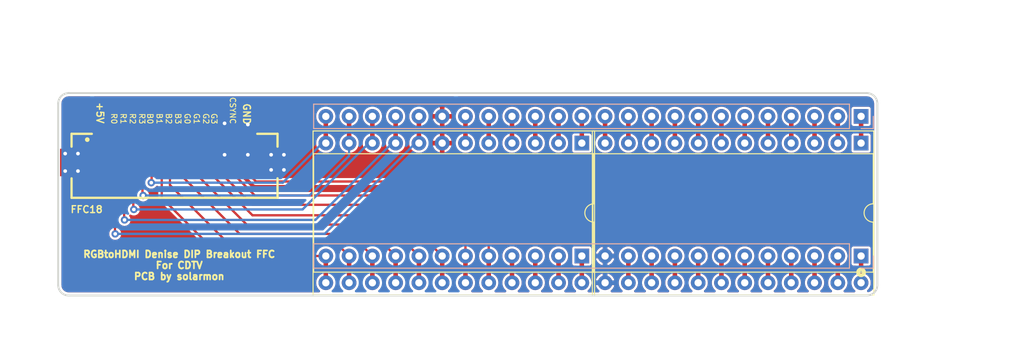
<source format=kicad_pcb>
(kicad_pcb (version 20171130) (host pcbnew "(5.1.9)-1")
  (title_block (title "RGBtoHDMI Denise Adapter - CDTV") (date 2021-10-22) (rev CDTV))
  (layers (0 F.Cu signal) (31 B.Cu signal) (34 B.Paste user) (35 F.Paste user) (36 B.SilkS user) (37 F.SilkS user) (38 B.Mask user) (39 F.Mask user) (44 Edge.Cuts user))
  (net 0 "")
  (net 1 GND)
  (net 2 /B0)
  (net 3 /R3)
  (net 4 /R2)
  (net 5 /R1)
  (net 6 /R0)
  (net 7 +5V)
  (net 8 "Net-(JDenise1-Pad18)")
  (net 9 "Net-(JDenise1-Pad17)")
  (net 10 "Net-(JDenise1-Pad16)")
  (net 11 "Net-(JDenise1-Pad15)")
  (net 12 "Net-(JDenise1-Pad14)")
  (net 13 "Net-(JDenise1-Pad12)")
  (net 14 "Net-(JDenise1-Pad11)")
  (net 15 /CDAC)
  (net 16 "Net-(JDenise1-Pad10)")
  (net 17 "Net-(JDenise1-Pad9)")
  (net 18 /CSYNC)
  (net 19 "Net-(JDenise1-Pad8)")
  (net 20 /G3)
  (net 21 "Net-(JDenise1-Pad7)")
  (net 22 /G2)
  (net 23 "Net-(JDenise1-Pad6)")
  (net 24 /G1)
  (net 25 "Net-(JDenise1-Pad5)")
  (net 26 /G0)
  (net 27 "Net-(JDenise1-Pad4)")
  (net 28 /B3)
  (net 29 "Net-(JDenise1-Pad3)")
  (net 30 /B2)
  (net 31 "Net-(JDenise1-Pad2)")
  (net 32 /B1)
  (net 33 "Net-(JDenise1-Pad1)")
  (net 34 "Net-(JDenise1-Pad19)")
  (net 35 "Net-(JDenise1-Pad20)")
  (net 36 "Net-(JDenise1-Pad21)")
  (net 37 "Net-(JDenise1-Pad22)")
  (net 38 "Net-(JDenise1-Pad23)")
  (net 39 "Net-(JDenise1-Pad24)")
  (net 40 "Net-(JDenise2-Pad24)")
  (net 41 "Net-(JDenise2-Pad21)")
  (net 42 "Net-(JDenise2-Pad6)")
  (net 43 "Net-(JDenise2-Pad5)")
  (net 44 "Net-(JDenise2-Pad4)")
  (net 45 "Net-(JDenise2-Pad3)")
  (net 46 "Net-(JDenise2-Pad2)")
  (net 47 "Net-(JDenise2-Pad1)")
  (net 48 /7M)
  (module solarmon_library:FPC-SMD_X10B25U18T (layer F.Cu) (at 86.995 73.025 180)
    (fp_text reference FFC18 (at 11.43 -7.62 180) (layer F.SilkS) (effects (font (size 0.75 0.75)) (justify left)))
    (fp_text value Conn_01x18 hide)
    (fp_circle (center 9.525 0) (end 9.398 0) (layer F.SilkS) (width 0.254))
    (fp_line (start 11.24 0.635) (end 11.24 -0.764) (layer F.SilkS) (width 0.254))
    (fp_line (start 11.24 -4.226) (end 11.24 -6.35) (layer F.SilkS) (width 0.254))
    (fp_line (start 11.24 0.635) (end 9.031 0.635) (layer F.SilkS) (width 0.254))
    (fp_line (start 11.24 -6.35) (end -11.24 -6.35) (layer F.SilkS) (width 0.254))
    (fp_line (start -11.24 -6.35) (end -11.24 -4.226) (layer F.SilkS) (width 0.254))
    (fp_line (start -11.24 0.635) (end -9.031 0.635) (layer F.SilkS) (width 0.254))
    (fp_line (start -11.24 -0.764) (end -11.24 0.635) (layer F.SilkS) (width 0.254))
    (pad MP smd rect (at 11.25 -2.495) (size 2.5 3) (layers F.Cu F.Paste F.Mask) (net 1 GND))
    (pad MP smd rect (at -11.25 -2.495) (size 2.5 3) (layers F.Cu F.Paste F.Mask) (net 1 GND))
    (pad 18 smd rect (at -8.5 -0.045) (size 0.6 2) (layers F.Cu F.Paste F.Mask) (net 1 GND))
    (pad 17 smd rect (at -7.5 -0.045) (size 0.6 2) (layers F.Cu F.Paste F.Mask) (net 1 GND))
    (pad 16 smd rect (at -6.5 -0.045) (size 0.6 2) (layers F.Cu F.Paste F.Mask) (net 18 /CSYNC))
    (pad 15 smd rect (at -5.5 -0.045) (size 0.6 2) (layers F.Cu F.Paste F.Mask) (net 1 GND))
    (pad 14 smd rect (at -4.5 -0.045) (size 0.6 2) (layers F.Cu F.Paste F.Mask) (net 20 /G3))
    (pad 13 smd rect (at -3.5 -0.045) (size 0.6 2) (layers F.Cu F.Paste F.Mask) (net 22 /G2))
    (pad 12 smd rect (at -2.5 -0.045) (size 0.6 2) (layers F.Cu F.Paste F.Mask) (net 24 /G1))
    (pad 11 smd rect (at -1.5 -0.045) (size 0.6 2) (layers F.Cu F.Paste F.Mask) (net 26 /G0))
    (pad 10 smd rect (at -0.5 -0.045) (size 0.6 2) (layers F.Cu F.Paste F.Mask) (net 28 /B3))
    (pad 9 smd rect (at 0.5 -0.045) (size 0.6 2) (layers F.Cu F.Paste F.Mask) (net 30 /B2))
    (pad 8 smd rect (at 1.5 -0.045) (size 0.6 2) (layers F.Cu F.Paste F.Mask) (net 32 /B1))
    (pad 7 smd rect (at 2.5 -0.045) (size 0.6 2) (layers F.Cu F.Paste F.Mask) (net 2 /B0))
    (pad 6 smd rect (at 3.5 -0.045) (size 0.6 2) (layers F.Cu F.Paste F.Mask) (net 3 /R3))
    (pad 5 smd rect (at 4.5 -0.045) (size 0.6 2) (layers F.Cu F.Paste F.Mask) (net 4 /R2))
    (pad 4 smd rect (at 5.5 -0.045) (size 0.6 2) (layers F.Cu F.Paste F.Mask) (net 5 /R1))
    (pad 3 smd rect (at 6.5 -0.045) (size 0.6 2) (layers F.Cu F.Paste F.Mask) (net 6 /R0))
    (pad 2 smd rect (at 7.5 -0.045) (size 0.6 2) (layers F.Cu F.Paste F.Mask) (net 7 +5V))
    (pad 1 smd rect (at 8.5 -0.045) (size 0.6 2) (layers F.Cu F.Paste F.Mask) (net 7 +5V))
  )
  (module solarmon_library:PinHeader_1x24_P2.54mm_Vertical_smaller (layer B.Cu) (at 161.925 85.725 90)
    (fp_text reference JMainBoard2 hide)
    (fp_text value Conn_01x24)
    (fp_line (start -1.33 -59.75) (end 1.33 -59.75) (layer B.SilkS) (width 0.12))
    (fp_line (start -1.33 -1.27) (end -1.33 -59.75) (layer B.SilkS) (width 0.12))
    (fp_line (start 1.33 -1.27) (end 1.33 -59.75) (layer B.SilkS) (width 0.12))
    (fp_line (start -1.33 -1.27) (end 1.33 -1.27) (layer B.SilkS) (width 0.12))
    (fp_line (start -1.33 0) (end -1.33 1.33) (layer B.SilkS) (width 0.12))
    (fp_line (start -1.33 1.33) (end 0 1.33) (layer B.SilkS) (width 0.12))
    (pad 24 thru_hole oval (at 0 -58.42 90) (size 1.6 1.6) (drill 0.8) (layers *.Cu *.Mask) (net 32 /B1))
    (pad 23 thru_hole oval (at 0 -55.88 90) (size 1.6 1.6) (drill 0.8) (layers *.Cu *.Mask) (net 30 /B2))
    (pad 22 thru_hole oval (at 0 -53.34 90) (size 1.6 1.6) (drill 0.8) (layers *.Cu *.Mask) (net 28 /B3))
    (pad 21 thru_hole oval (at 0 -50.8 90) (size 1.6 1.6) (drill 0.8) (layers *.Cu *.Mask) (net 26 /G0))
    (pad 20 thru_hole oval (at 0 -48.26 90) (size 1.6 1.6) (drill 0.8) (layers *.Cu *.Mask) (net 24 /G1))
    (pad 19 thru_hole oval (at 0 -45.72 90) (size 1.6 1.6) (drill 0.8) (layers *.Cu *.Mask) (net 22 /G2))
    (pad 18 thru_hole oval (at 0 -43.18 90) (size 1.6 1.6) (drill 0.8) (layers *.Cu *.Mask) (net 20 /G3))
    (pad 17 thru_hole oval (at 0 -40.64 90) (size 1.6 1.6) (drill 0.8) (layers *.Cu *.Mask) (net 18 /CSYNC))
    (pad 16 thru_hole oval (at 0 -38.1 90) (size 1.6 1.6) (drill 0.8) (layers *.Cu *.Mask) (net 41 "Net-(JDenise2-Pad21)"))
    (pad 15 thru_hole oval (at 0 -35.56 90) (size 1.6 1.6) (drill 0.8) (layers *.Cu *.Mask) (net 15 /CDAC))
    (pad 14 thru_hole oval (at 0 -33.02 90) (size 1.6 1.6) (drill 0.8) (layers *.Cu *.Mask) (net 48 /7M))
    (pad 13 thru_hole rect (at 0 -30.48 90) (size 1.6 1.6) (drill 0.8) (layers *.Cu *.Mask) (net 40 "Net-(JDenise2-Pad24)"))
    (pad 12 thru_hole oval (at 0 -27.94 90) (size 1.6 1.6) (drill 0.8) (layers *.Cu *.Mask) (net 1 GND))
    (pad 11 thru_hole oval (at 0 -25.4 90) (size 1.6 1.6) (drill 0.8) (layers *.Cu *.Mask) (net 12 "Net-(JDenise1-Pad14)"))
    (pad 10 thru_hole oval (at 0 -22.86 90) (size 1.6 1.6) (drill 0.8) (layers *.Cu *.Mask) (net 11 "Net-(JDenise1-Pad15)"))
    (pad 9 thru_hole oval (at 0 -20.32 90) (size 1.6 1.6) (drill 0.8) (layers *.Cu *.Mask) (net 10 "Net-(JDenise1-Pad16)"))
    (pad 8 thru_hole oval (at 0 -17.78 90) (size 1.6 1.6) (drill 0.8) (layers *.Cu *.Mask) (net 9 "Net-(JDenise1-Pad17)"))
    (pad 7 thru_hole oval (at 0 -15.24 90) (size 1.6 1.6) (drill 0.8) (layers *.Cu *.Mask) (net 8 "Net-(JDenise1-Pad18)"))
    (pad 6 thru_hole oval (at 0 -12.7 90) (size 1.6 1.6) (drill 0.8) (layers *.Cu *.Mask) (net 34 "Net-(JDenise1-Pad19)"))
    (pad 5 thru_hole oval (at 0 -10.16 90) (size 1.6 1.6) (drill 0.8) (layers *.Cu *.Mask) (net 35 "Net-(JDenise1-Pad20)"))
    (pad 4 thru_hole oval (at 0 -7.62 90) (size 1.6 1.6) (drill 0.8) (layers *.Cu *.Mask) (net 36 "Net-(JDenise1-Pad21)"))
    (pad 3 thru_hole oval (at 0 -5.08 90) (size 1.6 1.6) (drill 0.8) (layers *.Cu *.Mask) (net 37 "Net-(JDenise1-Pad22)"))
    (pad 2 thru_hole oval (at 0 -2.54 90) (size 1.6 1.6) (drill 0.8) (layers *.Cu *.Mask) (net 38 "Net-(JDenise1-Pad23)"))
    (pad 1 thru_hole rect (at 0 0 90) (size 1.6 1.6) (drill 0.8) (layers *.Cu *.Mask) (net 39 "Net-(JDenise1-Pad24)"))
  )
  (module solarmon_library:PinHeader_1x24_P2.54mm_Vertical_smaller (layer B.Cu) (at 161.925 70.485 90)
    (fp_text reference JMainBoard1 hide)
    (fp_text value Conn_01x24)
    (fp_line (start -1.33 -59.75) (end 1.33 -59.75) (layer B.SilkS) (width 0.12))
    (fp_line (start -1.33 -1.27) (end -1.33 -59.75) (layer B.SilkS) (width 0.12))
    (fp_line (start 1.33 -1.27) (end 1.33 -59.75) (layer B.SilkS) (width 0.12))
    (fp_line (start -1.33 -1.27) (end 1.33 -1.27) (layer B.SilkS) (width 0.12))
    (fp_line (start -1.33 0) (end -1.33 1.33) (layer B.SilkS) (width 0.12))
    (fp_line (start -1.33 1.33) (end 0 1.33) (layer B.SilkS) (width 0.12))
    (pad 24 thru_hole oval (at 0 -58.42 90) (size 1.6 1.6) (drill 0.8) (layers *.Cu *.Mask) (net 2 /B0))
    (pad 23 thru_hole oval (at 0 -55.88 90) (size 1.6 1.6) (drill 0.8) (layers *.Cu *.Mask) (net 3 /R3))
    (pad 22 thru_hole oval (at 0 -53.34 90) (size 1.6 1.6) (drill 0.8) (layers *.Cu *.Mask) (net 4 /R2))
    (pad 21 thru_hole oval (at 0 -50.8 90) (size 1.6 1.6) (drill 0.8) (layers *.Cu *.Mask) (net 5 /R1))
    (pad 20 thru_hole oval (at 0 -48.26 90) (size 1.6 1.6) (drill 0.8) (layers *.Cu *.Mask) (net 6 /R0))
    (pad 19 thru_hole oval (at 0 -45.72 90) (size 1.6 1.6) (drill 0.8) (layers *.Cu *.Mask) (net 7 +5V))
    (pad 18 thru_hole oval (at 0 -43.18 90) (size 1.6 1.6) (drill 0.8) (layers *.Cu *.Mask) (net 42 "Net-(JDenise2-Pad6)"))
    (pad 17 thru_hole oval (at 0 -40.64 90) (size 1.6 1.6) (drill 0.8) (layers *.Cu *.Mask) (net 43 "Net-(JDenise2-Pad5)"))
    (pad 16 thru_hole oval (at 0 -38.1 90) (size 1.6 1.6) (drill 0.8) (layers *.Cu *.Mask) (net 44 "Net-(JDenise2-Pad4)"))
    (pad 15 thru_hole oval (at 0 -35.56 90) (size 1.6 1.6) (drill 0.8) (layers *.Cu *.Mask) (net 45 "Net-(JDenise2-Pad3)"))
    (pad 14 thru_hole oval (at 0 -33.02 90) (size 1.6 1.6) (drill 0.8) (layers *.Cu *.Mask) (net 46 "Net-(JDenise2-Pad2)"))
    (pad 13 thru_hole oval (at 0 -30.48 90) (size 1.6 1.6) (drill 0.8) (layers *.Cu *.Mask) (net 47 "Net-(JDenise2-Pad1)"))
    (pad 12 thru_hole oval (at 0 -27.94 90) (size 1.6 1.6) (drill 0.8) (layers *.Cu *.Mask) (net 13 "Net-(JDenise1-Pad12)"))
    (pad 11 thru_hole oval (at 0 -25.4 90) (size 1.6 1.6) (drill 0.8) (layers *.Cu *.Mask) (net 14 "Net-(JDenise1-Pad11)"))
    (pad 10 thru_hole oval (at 0 -22.86 90) (size 1.6 1.6) (drill 0.8) (layers *.Cu *.Mask) (net 16 "Net-(JDenise1-Pad10)"))
    (pad 9 thru_hole oval (at 0 -20.32 90) (size 1.6 1.6) (drill 0.8) (layers *.Cu *.Mask) (net 17 "Net-(JDenise1-Pad9)"))
    (pad 8 thru_hole oval (at 0 -17.78 90) (size 1.6 1.6) (drill 0.8) (layers *.Cu *.Mask) (net 19 "Net-(JDenise1-Pad8)"))
    (pad 7 thru_hole oval (at 0 -15.24 90) (size 1.6 1.6) (drill 0.8) (layers *.Cu *.Mask) (net 21 "Net-(JDenise1-Pad7)"))
    (pad 6 thru_hole oval (at 0 -12.7 90) (size 1.6 1.6) (drill 0.8) (layers *.Cu *.Mask) (net 23 "Net-(JDenise1-Pad6)"))
    (pad 5 thru_hole oval (at 0 -10.16 90) (size 1.6 1.6) (drill 0.8) (layers *.Cu *.Mask) (net 25 "Net-(JDenise1-Pad5)"))
    (pad 4 thru_hole oval (at 0 -7.62 90) (size 1.6 1.6) (drill 0.8) (layers *.Cu *.Mask) (net 27 "Net-(JDenise1-Pad4)"))
    (pad 3 thru_hole oval (at 0 -5.08 90) (size 1.6 1.6) (drill 0.8) (layers *.Cu *.Mask) (net 29 "Net-(JDenise1-Pad3)"))
    (pad 2 thru_hole oval (at 0 -2.54 90) (size 1.6 1.6) (drill 0.8) (layers *.Cu *.Mask) (net 31 "Net-(JDenise1-Pad2)"))
    (pad 1 thru_hole rect (at 0 0 90) (size 1.6 1.6) (drill 0.8) (layers *.Cu *.Mask) (net 33 "Net-(JDenise1-Pad1)"))
  )
  (module Package_DIP:DIP-24_W15.24mm_Socket (layer F.Cu) (at 161.925 73.406 270)
    (fp_text reference JDenise1 hide)
    (fp_text value Conn_02x12_Counter_Clockwise)
    (fp_arc (start 7.62 -1.33) (end 6.62 -1.33) (angle -180) (layer F.SilkS) (width 0.12))
    (fp_line (start 6.62 -1.33) (end 1.16 -1.33) (layer F.SilkS) (width 0.12))
    (fp_line (start 1.16 -1.33) (end 1.16 29.27) (layer F.SilkS) (width 0.12))
    (fp_line (start 1.16 29.27) (end 14.08 29.27) (layer F.SilkS) (width 0.12))
    (fp_line (start 14.08 29.27) (end 14.08 -1.33) (layer F.SilkS) (width 0.12))
    (fp_line (start 14.08 -1.33) (end 8.62 -1.33) (layer F.SilkS) (width 0.12))
    (fp_line (start -1.33 -1.39) (end -1.33 29.33) (layer F.SilkS) (width 0.12))
    (fp_line (start -1.33 29.33) (end 16.57 29.33) (layer F.SilkS) (width 0.12))
    (fp_line (start 16.57 29.33) (end 16.57 -1.39) (layer F.SilkS) (width 0.12))
    (fp_line (start 16.57 -1.39) (end -1.33 -1.39) (layer F.SilkS) (width 0.12))
    (pad 24 thru_hole oval (at 15.24 0 270) (size 1.6 1.6) (drill 0.8) (layers *.Cu *.Mask) (net 39 "Net-(JDenise1-Pad24)"))
    (pad 12 thru_hole oval (at 0 27.94 270) (size 1.6 1.6) (drill 0.8) (layers *.Cu *.Mask) (net 13 "Net-(JDenise1-Pad12)"))
    (pad 23 thru_hole oval (at 15.24 2.54 270) (size 1.6 1.6) (drill 0.8) (layers *.Cu *.Mask) (net 38 "Net-(JDenise1-Pad23)"))
    (pad 11 thru_hole oval (at 0 25.4 270) (size 1.6 1.6) (drill 0.8) (layers *.Cu *.Mask) (net 14 "Net-(JDenise1-Pad11)"))
    (pad 22 thru_hole oval (at 15.24 5.08 270) (size 1.6 1.6) (drill 0.8) (layers *.Cu *.Mask) (net 37 "Net-(JDenise1-Pad22)"))
    (pad 10 thru_hole oval (at 0 22.86 270) (size 1.6 1.6) (drill 0.8) (layers *.Cu *.Mask) (net 16 "Net-(JDenise1-Pad10)"))
    (pad 21 thru_hole oval (at 15.24 7.62 270) (size 1.6 1.6) (drill 0.8) (layers *.Cu *.Mask) (net 36 "Net-(JDenise1-Pad21)"))
    (pad 9 thru_hole oval (at 0 20.32 270) (size 1.6 1.6) (drill 0.8) (layers *.Cu *.Mask) (net 17 "Net-(JDenise1-Pad9)"))
    (pad 20 thru_hole oval (at 15.24 10.16 270) (size 1.6 1.6) (drill 0.8) (layers *.Cu *.Mask) (net 35 "Net-(JDenise1-Pad20)"))
    (pad 8 thru_hole oval (at 0 17.78 270) (size 1.6 1.6) (drill 0.8) (layers *.Cu *.Mask) (net 19 "Net-(JDenise1-Pad8)"))
    (pad 19 thru_hole oval (at 15.24 12.7 270) (size 1.6 1.6) (drill 0.8) (layers *.Cu *.Mask) (net 34 "Net-(JDenise1-Pad19)"))
    (pad 7 thru_hole oval (at 0 15.24 270) (size 1.6 1.6) (drill 0.8) (layers *.Cu *.Mask) (net 21 "Net-(JDenise1-Pad7)"))
    (pad 18 thru_hole oval (at 15.24 15.24 270) (size 1.6 1.6) (drill 0.8) (layers *.Cu *.Mask) (net 8 "Net-(JDenise1-Pad18)"))
    (pad 6 thru_hole oval (at 0 12.7 270) (size 1.6 1.6) (drill 0.8) (layers *.Cu *.Mask) (net 23 "Net-(JDenise1-Pad6)"))
    (pad 17 thru_hole oval (at 15.24 17.78 270) (size 1.6 1.6) (drill 0.8) (layers *.Cu *.Mask) (net 9 "Net-(JDenise1-Pad17)"))
    (pad 5 thru_hole oval (at 0 10.16 270) (size 1.6 1.6) (drill 0.8) (layers *.Cu *.Mask) (net 25 "Net-(JDenise1-Pad5)"))
    (pad 16 thru_hole oval (at 15.24 20.32 270) (size 1.6 1.6) (drill 0.8) (layers *.Cu *.Mask) (net 10 "Net-(JDenise1-Pad16)"))
    (pad 4 thru_hole oval (at 0 7.62 270) (size 1.6 1.6) (drill 0.8) (layers *.Cu *.Mask) (net 27 "Net-(JDenise1-Pad4)"))
    (pad 15 thru_hole oval (at 15.24 22.86 270) (size 1.6 1.6) (drill 0.8) (layers *.Cu *.Mask) (net 11 "Net-(JDenise1-Pad15)"))
    (pad 3 thru_hole oval (at 0 5.08 270) (size 1.6 1.6) (drill 0.8) (layers *.Cu *.Mask) (net 29 "Net-(JDenise1-Pad3)"))
    (pad 14 thru_hole oval (at 15.24 25.4 270) (size 1.6 1.6) (drill 0.8) (layers *.Cu *.Mask) (net 12 "Net-(JDenise1-Pad14)"))
    (pad 2 thru_hole oval (at 0 2.54 270) (size 1.6 1.6) (drill 0.8) (layers *.Cu *.Mask) (net 31 "Net-(JDenise1-Pad2)"))
    (pad 13 thru_hole oval (at 15.24 27.94 270) (size 1.6 1.6) (drill 0.8) (layers *.Cu *.Mask) (net 1 GND))
    (pad 1 thru_hole rect (at 0 0 270) (size 1.6 1.6) (drill 0.8) (layers *.Cu *.Mask) (net 33 "Net-(JDenise1-Pad1)"))
  )
  (module Package_DIP:DIP-24_W15.24mm_Socket (layer F.Cu) (at 131.445 73.406 270)
    (fp_text reference JDenise2 hide)
    (fp_text value Conn_02x12_Counter_Clockwise)
    (fp_line (start 16.57 -1.39) (end -1.33 -1.39) (layer F.SilkS) (width 0.12))
    (fp_line (start 16.57 29.33) (end 16.57 -1.39) (layer F.SilkS) (width 0.12))
    (fp_line (start -1.33 29.33) (end 16.57 29.33) (layer F.SilkS) (width 0.12))
    (fp_line (start -1.33 -1.39) (end -1.33 29.33) (layer F.SilkS) (width 0.12))
    (fp_line (start 14.08 -1.33) (end 8.62 -1.33) (layer F.SilkS) (width 0.12))
    (fp_line (start 14.08 29.27) (end 14.08 -1.33) (layer F.SilkS) (width 0.12))
    (fp_line (start 1.16 29.27) (end 14.08 29.27) (layer F.SilkS) (width 0.12))
    (fp_line (start 1.16 -1.33) (end 1.16 29.27) (layer F.SilkS) (width 0.12))
    (fp_line (start 6.62 -1.33) (end 1.16 -1.33) (layer F.SilkS) (width 0.12))
    (fp_arc (start 7.62 -1.33) (end 6.62 -1.33) (angle -180) (layer F.SilkS) (width 0.12))
    (pad 1 thru_hole rect (at 0 0 270) (size 1.6 1.6) (drill 0.8) (layers *.Cu *.Mask) (net 47 "Net-(JDenise2-Pad1)"))
    (pad 13 thru_hole oval (at 15.24 27.94 270) (size 1.6 1.6) (drill 0.8) (layers *.Cu *.Mask) (net 32 /B1))
    (pad 2 thru_hole oval (at 0 2.54 270) (size 1.6 1.6) (drill 0.8) (layers *.Cu *.Mask) (net 46 "Net-(JDenise2-Pad2)"))
    (pad 14 thru_hole oval (at 15.24 25.4 270) (size 1.6 1.6) (drill 0.8) (layers *.Cu *.Mask) (net 30 /B2))
    (pad 3 thru_hole oval (at 0 5.08 270) (size 1.6 1.6) (drill 0.8) (layers *.Cu *.Mask) (net 45 "Net-(JDenise2-Pad3)"))
    (pad 15 thru_hole oval (at 15.24 22.86 270) (size 1.6 1.6) (drill 0.8) (layers *.Cu *.Mask) (net 28 /B3))
    (pad 4 thru_hole oval (at 0 7.62 270) (size 1.6 1.6) (drill 0.8) (layers *.Cu *.Mask) (net 44 "Net-(JDenise2-Pad4)"))
    (pad 16 thru_hole oval (at 15.24 20.32 270) (size 1.6 1.6) (drill 0.8) (layers *.Cu *.Mask) (net 26 /G0))
    (pad 5 thru_hole oval (at 0 10.16 270) (size 1.6 1.6) (drill 0.8) (layers *.Cu *.Mask) (net 43 "Net-(JDenise2-Pad5)"))
    (pad 17 thru_hole oval (at 15.24 17.78 270) (size 1.6 1.6) (drill 0.8) (layers *.Cu *.Mask) (net 24 /G1))
    (pad 6 thru_hole oval (at 0 12.7 270) (size 1.6 1.6) (drill 0.8) (layers *.Cu *.Mask) (net 42 "Net-(JDenise2-Pad6)"))
    (pad 18 thru_hole oval (at 15.24 15.24 270) (size 1.6 1.6) (drill 0.8) (layers *.Cu *.Mask) (net 22 /G2))
    (pad 7 thru_hole oval (at 0 15.24 270) (size 1.6 1.6) (drill 0.8) (layers *.Cu *.Mask) (net 7 +5V))
    (pad 19 thru_hole oval (at 15.24 12.7 270) (size 1.6 1.6) (drill 0.8) (layers *.Cu *.Mask) (net 20 /G3))
    (pad 8 thru_hole oval (at 0 17.78 270) (size 1.6 1.6) (drill 0.8) (layers *.Cu *.Mask) (net 6 /R0))
    (pad 20 thru_hole oval (at 15.24 10.16 270) (size 1.6 1.6) (drill 0.8) (layers *.Cu *.Mask) (net 18 /CSYNC))
    (pad 9 thru_hole oval (at 0 20.32 270) (size 1.6 1.6) (drill 0.8) (layers *.Cu *.Mask) (net 5 /R1))
    (pad 21 thru_hole oval (at 15.24 7.62 270) (size 1.6 1.6) (drill 0.8) (layers *.Cu *.Mask) (net 41 "Net-(JDenise2-Pad21)"))
    (pad 10 thru_hole oval (at 0 22.86 270) (size 1.6 1.6) (drill 0.8) (layers *.Cu *.Mask) (net 4 /R2))
    (pad 22 thru_hole oval (at 15.24 5.08 270) (size 1.6 1.6) (drill 0.8) (layers *.Cu *.Mask) (net 15 /CDAC))
    (pad 11 thru_hole oval (at 0 25.4 270) (size 1.6 1.6) (drill 0.8) (layers *.Cu *.Mask) (net 3 /R3))
    (pad 23 thru_hole oval (at 15.24 2.54 270) (size 1.6 1.6) (drill 0.8) (layers *.Cu *.Mask) (net 48 /7M))
    (pad 12 thru_hole oval (at 0 27.94 270) (size 1.6 1.6) (drill 0.8) (layers *.Cu *.Mask) (net 2 /B0))
    (pad 24 thru_hole oval (at 15.24 0 270) (size 1.6 1.6) (drill 0.8) (layers *.Cu *.Mask) (net 40 "Net-(JDenise2-Pad24)"))
  )
  (gr_text "RGBtoHDMI Denise DIP Breakout FFC\nFor CDTV\nPCB by solarmon" (at 87.503 86.741) (layer F.SilkS) (effects (font (size 0.75 0.75) (thickness 0.1875))))
  (gr_text R2 (at 82.423 70.739 270) (layer F.SilkS) (effects (font (size 0.6 0.6) (thickness 0.1))))
  (gr_text R3 (at 83.439 70.739 270) (layer F.SilkS) (effects (font (size 0.6 0.6) (thickness 0.1))))
  (gr_text R0 (at 80.391 70.739 270) (layer F.SilkS) (effects (font (size 0.6 0.6) (thickness 0.1))))
  (gr_text R1 (at 81.407 70.739 270) (layer F.SilkS) (effects (font (size 0.6 0.6) (thickness 0.1))))
  (gr_text B3 (at 87.376 70.739 270) (layer F.SilkS) (effects (font (size 0.6 0.6) (thickness 0.1))))
  (gr_text B2 (at 86.36 70.739 270) (layer F.SilkS) (effects (font (size 0.6 0.6) (thickness 0.1))))
  (gr_text B1 (at 85.344 70.739 270) (layer F.SilkS) (effects (font (size 0.6 0.6) (thickness 0.1))))
  (gr_text B0 (at 84.328 70.739 270) (layer F.SilkS) (effects (font (size 0.6 0.6) (thickness 0.1))))
  (gr_text G0 (at 88.392 70.739 270) (layer F.SilkS) (effects (font (size 0.6 0.6) (thickness 0.1))))
  (gr_text G1 (at 89.408 70.739 270) (layer F.SilkS) (effects (font (size 0.6 0.6) (thickness 0.1))))
  (gr_text G2 (at 90.424 70.739 270) (layer F.SilkS) (effects (font (size 0.6 0.6) (thickness 0.1))))
  (gr_text G3 (at 91.313 70.739 270) (layer F.SilkS) (effects (font (size 0.6 0.6) (thickness 0.1))))
  (gr_text CSYNC (at 93.345 69.85 270) (layer F.SilkS) (effects (font (size 0.6 0.6) (thickness 0.1))))
  (gr_text GND (at 94.869 70.231 270) (layer F.SilkS) (effects (font (size 0.75 0.75))))
  (gr_text +5V (at 78.867 70.104 270) (layer F.SilkS) (effects (font (size 0.75 0.75))))
  (gr_circle (center 161.925 87.503) (end 161.925 87.63) (layer F.SilkS) (width 0.4))
  (gr_arc (start 75.438 69.088) (end 75.438 67.945) (angle -90) (layer Edge.Cuts) (width 0.2))
  (gr_arc (start 75.438 88.9) (end 74.295 88.9) (angle -90) (layer Edge.Cuts) (width 0.2))
  (gr_arc (start 162.56 88.9) (end 162.56 90.043) (angle -90) (layer Edge.Cuts) (width 0.2))
  (gr_arc (start 162.56 69.088) (end 163.703 69.088) (angle -90) (layer Edge.Cuts) (width 0.2))
  (gr_line (start 162.56 90.043) (end 75.438 90.043) (layer Edge.Cuts) (width 0.2))
  (gr_line (start 163.703 69.088) (end 163.703 88.9) (layer Edge.Cuts) (width 0.2))
  (gr_line (start 162.56 67.945) (end 75.438 67.945) (layer Edge.Cuts) (width 0.2))
  (gr_line (start 74.295 69.088) (end 74.295 88.9) (layer Edge.Cuts) (width 0.2))
  (via (at 97.536 76.327) (size 0.8) (drill 0.4) (layers F.Cu B.Cu) (net 1))
  (via (at 98.933 76.327) (size 0.8) (drill 0.4) (layers F.Cu B.Cu) (net 1))
  (via (at 98.933 74.676) (size 0.8) (drill 0.4) (layers F.Cu B.Cu) (net 1))
  (via (at 97.536 74.676) (size 0.8) (drill 0.4) (layers F.Cu B.Cu) (net 1))
  (via (at 75.057 76.454) (size 0.8) (drill 0.4) (layers F.Cu B.Cu) (net 1))
  (via (at 76.454 76.454) (size 0.8) (drill 0.4) (layers F.Cu B.Cu) (net 1))
  (via (at 76.454 74.549) (size 0.8) (drill 0.4) (layers F.Cu B.Cu) (net 1))
  (via (at 75.057 74.549) (size 0.8) (drill 0.4) (layers F.Cu B.Cu) (net 1))
  (via (at 92.456 74.676) (size 0.8) (drill 0.4) (layers F.Cu B.Cu) (net 1))
  (via (at 92.456 71.247) (size 0.8) (drill 0.4) (layers F.Cu B.Cu) (net 1))
  (via (at 94.996 74.676) (size 0.8) (drill 0.4) (layers F.Cu B.Cu) (net 1))
  (via (at 94.996 71.374) (size 0.8) (drill 0.4) (layers F.Cu B.Cu) (net 1))
  (segment (start 103.505 70.485) (end 103.505 73.406) (width 0.5) (layer F.Cu) (net 2))
  (segment (start 84.495 77.684) (end 84.455 77.724) (width 0.25) (layer F.Cu) (net 2))
  (segment (start 84.495 73.07) (end 84.495 77.684) (width 0.25) (layer F.Cu) (net 2))
  (segment (start 98.806 77.724) (end 84.455 77.724) (width 0.25) (layer B.Cu) (net 2))
  (segment (start 103.505 73.025) (end 98.806 77.724) (width 0.25) (layer B.Cu) (net 2))
  (via (at 84.455 77.724) (size 0.8) (drill 0.4) (layers F.Cu B.Cu) (net 2))
  (segment (start 106.045 70.485) (end 106.045 73.406) (width 0.5) (layer F.Cu) (net 3))
  (via (at 83.566 79.121) (size 0.8) (drill 0.4) (layers F.Cu B.Cu) (net 3))
  (segment (start 106.045 74.803) (end 101.727 79.121) (width 0.25) (layer B.Cu) (net 3))
  (segment (start 101.727 79.121) (end 83.566 79.121) (width 0.25) (layer B.Cu) (net 3))
  (segment (start 106.045 73.025) (end 106.045 74.803) (width 0.25) (layer B.Cu) (net 3))
  (segment (start 83.495 73.07) (end 83.495 79.05) (width 0.25) (layer F.Cu) (net 3))
  (segment (start 83.495 79.05) (end 83.566 79.121) (width 0.25) (layer F.Cu) (net 3))
  (segment (start 108.585 70.485) (end 108.585 73.406) (width 0.5) (layer F.Cu) (net 4))
  (via (at 82.550004 80.645) (size 0.8) (drill 0.4) (layers F.Cu B.Cu) (net 4))
  (segment (start 108.585 73.025) (end 100.965 80.645) (width 0.25) (layer B.Cu) (net 4))
  (segment (start 100.965 80.645) (end 82.550004 80.645) (width 0.25) (layer B.Cu) (net 4))
  (segment (start 82.495 73.07) (end 82.495 80.589996) (width 0.25) (layer F.Cu) (net 4))
  (segment (start 82.495 80.589996) (end 82.550004 80.645) (width 0.25) (layer F.Cu) (net 4))
  (segment (start 111.125 70.485) (end 111.125 73.406) (width 0.5) (layer F.Cu) (net 5))
  (segment (start 81.495 81.749) (end 81.534 81.788) (width 0.25) (layer F.Cu) (net 5))
  (segment (start 81.495 73.07) (end 81.495 81.749) (width 0.25) (layer F.Cu) (net 5))
  (segment (start 102.362 81.788) (end 81.534 81.788) (width 0.25) (layer B.Cu) (net 5))
  (segment (start 111.125 73.025) (end 102.362 81.788) (width 0.25) (layer B.Cu) (net 5))
  (via (at 81.534 81.788) (size 0.8) (drill 0.4) (layers F.Cu B.Cu) (net 5))
  (segment (start 113.665 70.485) (end 113.665 73.406) (width 0.5) (layer F.Cu) (net 6))
  (via (at 80.518006 83.312) (size 0.8) (drill 0.4) (layers F.Cu B.Cu) (net 6))
  (segment (start 103.378 83.312) (end 80.518006 83.312) (width 0.25) (layer B.Cu) (net 6))
  (segment (start 113.665 73.025) (end 103.378 83.312) (width 0.25) (layer B.Cu) (net 6))
  (segment (start 80.495 73.07) (end 80.495 83.288994) (width 0.25) (layer F.Cu) (net 6))
  (segment (start 80.495 83.288994) (end 80.518006 83.312) (width 0.25) (layer F.Cu) (net 6))
  (segment (start 146.685 85.725) (end 146.685 88.646) (width 0.5) (layer F.Cu) (net 8))
  (segment (start 144.145 85.725) (end 144.145 88.646) (width 0.5) (layer F.Cu) (net 9))
  (segment (start 141.605 85.725) (end 141.605 88.646) (width 0.5) (layer F.Cu) (net 10))
  (segment (start 139.065 85.725) (end 139.065 88.646) (width 0.5) (layer F.Cu) (net 11))
  (segment (start 136.525 85.725) (end 136.525 88.646) (width 0.5) (layer F.Cu) (net 12))
  (segment (start 133.985 70.485) (end 133.985 73.406) (width 0.5) (layer F.Cu) (net 13))
  (segment (start 136.525 70.485) (end 136.525 73.406) (width 0.5) (layer F.Cu) (net 14))
  (segment (start 126.365 85.725) (end 126.365 88.646) (width 0.5) (layer F.Cu) (net 15))
  (segment (start 139.065 70.485) (end 139.065 73.406) (width 0.5) (layer F.Cu) (net 16))
  (segment (start 141.605 70.485) (end 141.605 73.406) (width 0.5) (layer F.Cu) (net 17))
  (segment (start 121.285 85.725) (end 121.285 88.646) (width 0.5) (layer F.Cu) (net 18))
  (segment (start 93.495 75.207) (end 93.495 73.07) (width 0.25) (layer F.Cu) (net 18))
  (segment (start 95.885 77.597) (end 93.495 75.207) (width 0.25) (layer F.Cu) (net 18))
  (segment (start 115.57 77.597) (end 95.885 77.597) (width 0.25) (layer F.Cu) (net 18))
  (segment (start 121.285 83.312) (end 115.57 77.597) (width 0.25) (layer F.Cu) (net 18))
  (segment (start 121.285 85.725) (end 121.285 83.312) (width 0.25) (layer F.Cu) (net 18))
  (segment (start 144.145 70.485) (end 144.145 73.406) (width 0.5) (layer F.Cu) (net 19))
  (segment (start 118.745 85.725) (end 118.745 88.646) (width 0.5) (layer F.Cu) (net 20))
  (segment (start 91.567 73.142) (end 91.495 73.07) (width 0.25) (layer F.Cu) (net 20))
  (segment (start 91.567 74.93) (end 91.567 73.142) (width 0.25) (layer F.Cu) (net 20))
  (segment (start 95.758 79.121) (end 91.567 74.93) (width 0.25) (layer F.Cu) (net 20))
  (segment (start 114.173 79.121) (end 95.758 79.121) (width 0.25) (layer F.Cu) (net 20))
  (segment (start 118.745 83.693) (end 114.173 79.121) (width 0.25) (layer F.Cu) (net 20))
  (segment (start 118.745 85.725) (end 118.745 83.693) (width 0.25) (layer F.Cu) (net 20))
  (segment (start 146.685 70.485) (end 146.685 73.406) (width 0.5) (layer F.Cu) (net 21))
  (segment (start 116.205 85.725) (end 116.205 88.646) (width 0.5) (layer F.Cu) (net 22))
  (segment (start 110.617 80.137) (end 95.504 80.137) (width 0.25) (layer F.Cu) (net 22))
  (segment (start 116.205 85.725) (end 110.617 80.137) (width 0.25) (layer F.Cu) (net 22))
  (segment (start 95.504 80.137) (end 90.495 75.128) (width 0.25) (layer F.Cu) (net 22))
  (segment (start 90.495 75.128) (end 90.495 73.07) (width 0.25) (layer F.Cu) (net 22))
  (segment (start 149.225 70.485) (end 149.225 73.406) (width 0.5) (layer F.Cu) (net 23))
  (segment (start 113.665 85.725) (end 113.665 88.646) (width 0.5) (layer F.Cu) (net 24))
  (segment (start 113.665 85.725) (end 109.22 81.28) (width 0.25) (layer F.Cu) (net 24))
  (segment (start 109.22 81.28) (end 95.501178 81.28) (width 0.25) (layer F.Cu) (net 24))
  (segment (start 95.501178 81.28) (end 89.495 75.273822) (width 0.25) (layer F.Cu) (net 24))
  (segment (start 89.495 75.273822) (end 89.495 73.07) (width 0.25) (layer F.Cu) (net 24))
  (segment (start 151.765 70.485) (end 151.765 73.406) (width 0.5) (layer F.Cu) (net 25))
  (segment (start 111.125 85.725) (end 111.125 88.646) (width 0.5) (layer F.Cu) (net 26))
  (segment (start 88.495 75.922) (end 88.495 73.07) (width 0.25) (layer F.Cu) (net 26))
  (segment (start 94.869 82.296) (end 88.495 75.922) (width 0.25) (layer F.Cu) (net 26))
  (segment (start 107.696 82.296) (end 94.869 82.296) (width 0.25) (layer F.Cu) (net 26))
  (segment (start 111.125 85.725) (end 107.696 82.296) (width 0.25) (layer F.Cu) (net 26))
  (segment (start 154.305 70.485) (end 154.305 73.406) (width 0.5) (layer F.Cu) (net 27))
  (segment (start 108.585 85.725) (end 108.585 88.646) (width 0.5) (layer F.Cu) (net 28))
  (segment (start 94.107 83.312) (end 87.495 76.7) (width 0.25) (layer F.Cu) (net 28))
  (segment (start 106.172 83.312) (end 94.107 83.312) (width 0.25) (layer F.Cu) (net 28))
  (segment (start 108.585 85.725) (end 106.172 83.312) (width 0.25) (layer F.Cu) (net 28))
  (segment (start 87.495 76.7) (end 87.495 73.07) (width 0.25) (layer F.Cu) (net 28))
  (segment (start 156.845 70.485) (end 156.845 73.406) (width 0.5) (layer F.Cu) (net 29))
  (segment (start 106.045 85.725) (end 106.045 88.646) (width 0.5) (layer F.Cu) (net 30))
  (segment (start 86.495 73.959) (end 86.495 73.07) (width 0.25) (layer F.Cu) (net 30))
  (segment (start 86.495 77.986) (end 86.495 73.959) (width 0.25) (layer F.Cu) (net 30))
  (segment (start 92.964 84.455) (end 86.495 77.986) (width 0.25) (layer F.Cu) (net 30))
  (segment (start 104.775 84.455) (end 92.964 84.455) (width 0.25) (layer F.Cu) (net 30))
  (segment (start 106.045 85.725) (end 104.775 84.455) (width 0.25) (layer F.Cu) (net 30))
  (segment (start 159.385 70.485) (end 159.385 73.406) (width 0.5) (layer F.Cu) (net 31))
  (segment (start 103.505 85.725) (end 103.505 88.646) (width 0.5) (layer F.Cu) (net 32))
  (segment (start 85.598 73.173) (end 85.495 73.07) (width 0.25) (layer F.Cu) (net 32))
  (segment (start 85.598 79.375) (end 85.598 73.173) (width 0.25) (layer F.Cu) (net 32))
  (segment (start 91.948 85.725) (end 85.598 79.375) (width 0.25) (layer F.Cu) (net 32))
  (segment (start 103.505 85.725) (end 91.948 85.725) (width 0.25) (layer F.Cu) (net 32))
  (segment (start 161.925 70.485) (end 161.925 73.406) (width 0.5) (layer F.Cu) (net 33))
  (segment (start 149.225 85.725) (end 149.225 88.646) (width 0.5) (layer F.Cu) (net 34))
  (segment (start 151.765 85.725) (end 151.765 88.646) (width 0.5) (layer F.Cu) (net 35))
  (segment (start 154.305 85.725) (end 154.305 88.646) (width 0.5) (layer F.Cu) (net 36))
  (segment (start 156.845 85.725) (end 156.845 88.646) (width 0.5) (layer F.Cu) (net 37))
  (segment (start 159.385 85.725) (end 159.385 88.646) (width 0.5) (layer F.Cu) (net 38))
  (segment (start 161.925 85.725) (end 161.925 88.646) (width 0.5) (layer F.Cu) (net 39))
  (segment (start 131.445 85.725) (end 131.445 88.646) (width 0.5) (layer F.Cu) (net 40))
  (segment (start 123.825 85.725) (end 123.825 88.646) (width 0.5) (layer F.Cu) (net 41))
  (segment (start 118.745 70.485) (end 118.745 73.406) (width 0.5) (layer F.Cu) (net 42))
  (segment (start 121.285 70.485) (end 121.285 73.406) (width 0.5) (layer F.Cu) (net 43))
  (segment (start 123.825 70.485) (end 123.825 73.406) (width 0.5) (layer F.Cu) (net 44))
  (segment (start 126.365 70.485) (end 126.365 73.406) (width 0.5) (layer F.Cu) (net 45))
  (segment (start 128.905 70.485) (end 128.905 73.406) (width 0.5) (layer F.Cu) (net 46))
  (segment (start 131.445 70.485) (end 131.445 73.406) (width 0.5) (layer F.Cu) (net 47))
  (segment (start 128.905 85.725) (end 128.905 88.646) (width 0.5) (layer F.Cu) (net 48))
  (zone (net 1) (net_name GND) (layer B.Cu) (connect_pads (clearance 0.254)) (min_thickness 0.254) (fill yes (arc_segments 16) (thermal_gap 0.254) (thermal_bridge_width 0.508) (smoothing fillet) (radius 0.5))
    (polygon (pts (xy 67.945 57.785) (xy 179.705 57.785) (xy 179.705 95.885) (xy 67.945 95.885)))
  )
  (zone (net 1) (net_name GND) (layer F.Cu) (connect_pads (clearance 0.254)) (min_thickness 0.254) (fill yes (arc_segments 16) (thermal_gap 0.254) (thermal_bridge_width 0.508) (smoothing fillet) (radius 0.5))
    (polygon (pts (xy 70.485 60.325) (xy 177.165 60.325) (xy 177.165 93.345) (xy 70.485 93.345)))
  )
  (zone (net 7) (net_name +5V) (layer F.Cu) (priority 1) (connect_pads (clearance 0.254)) (min_thickness 0.254) (fill yes (arc_segments 32) (thermal_gap 0.254) (thermal_bridge_width 0.508) (smoothing fillet) (radius 0.5))
    (polygon (pts (xy 117.602 74.803) (xy 114.808 74.803) (xy 114.808 69.342) (xy 80.01 69.342) (xy 80.01 74.803) (xy 78.105 74.803) (xy 78.105 68.072) (xy 114.935 68.072) (xy 117.602 68.072)))
  )
)
</source>
